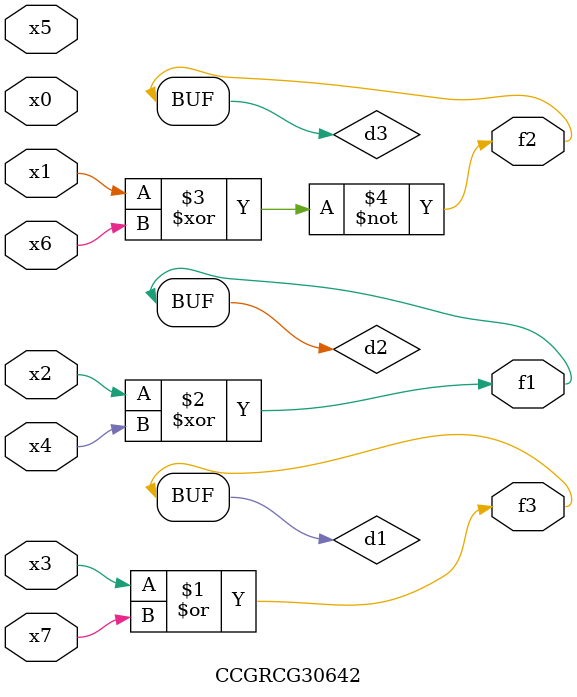
<source format=v>
module CCGRCG30642(
	input x0, x1, x2, x3, x4, x5, x6, x7,
	output f1, f2, f3
);

	wire d1, d2, d3;

	or (d1, x3, x7);
	xor (d2, x2, x4);
	xnor (d3, x1, x6);
	assign f1 = d2;
	assign f2 = d3;
	assign f3 = d1;
endmodule

</source>
